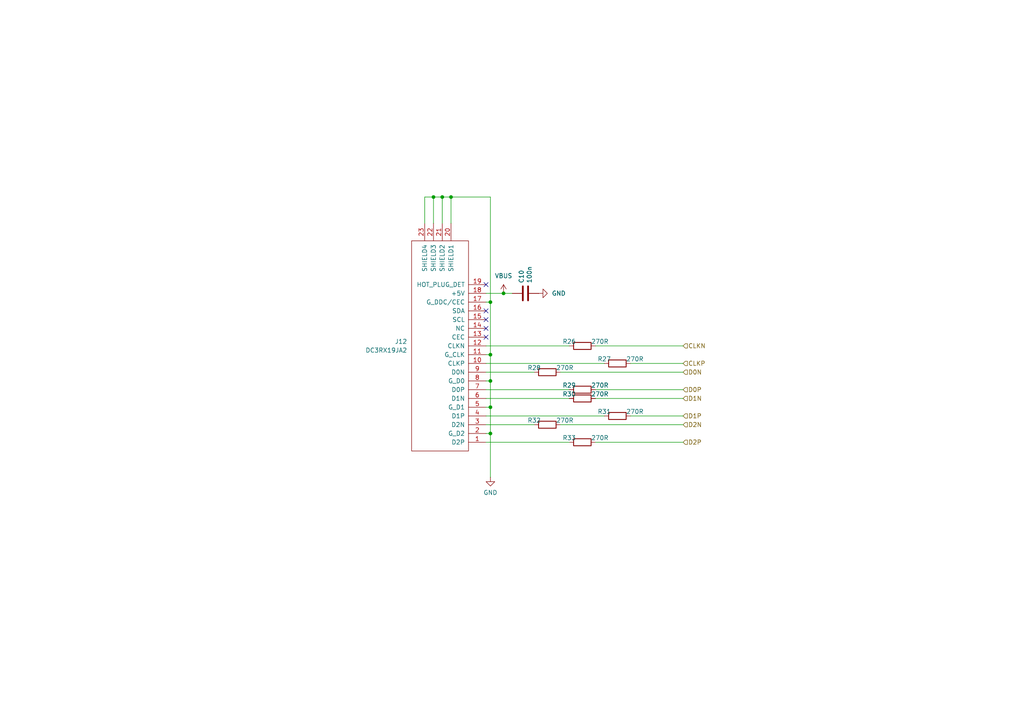
<source format=kicad_sch>
(kicad_sch (version 20250114) (generator "eeschema") (generator_version "9.0")
  (paper "A4")
  (title_block (title "MiniFRANK RM1P2") (date "2025-05-24") (rev "${VERSION}") (company "Mikhail Matveev") (comment 1 "https://github.com/xtremespb/frank"))
  (lib_symbols
    (symbol "Device:C" (pin_numbers (hide yes)) (pin_names (offset 0.254))
      (property "Reference" "C" (at 0.635 2.54 0))
      (property "Value" "C" (at 0.635 -2.54 0))
      (symbol "C_0_1"
        (polyline (pts (xy -2.032 0.762) (xy 2.032 0.762)) (stroke (width 0.508)))
        (polyline (pts (xy -2.032 -0.762) (xy 2.032 -0.762)) (stroke (width 0.508)))
      )
      (symbol "C_1_1"
        (pin passive line (at 0 3.81 270) (length 2.794) (name "~") (number "1"))
        (pin passive line (at 0 -3.81 90) (length 2.794) (name "~") (number "2"))
      )
    )
    (symbol "Device:R" (pin_numbers (hide yes)) (pin_names (offset 0))
      (property "Reference" "R" (at 2.032 0 90))
      (property "Value" "R" (at 0 0 90))
      (symbol "R_0_1"
        (rectangle (start -1.016 -2.54) (end 1.016 2.54) (stroke (width 0.254)))
      )
      (symbol "R_1_1"
        (pin passive line (at 0 3.81 270) (length 1.27) (name "~") (number "1"))
        (pin passive line (at 0 -3.81 90) (length 1.27) (name "~") (number "2"))
      )
    )
    (symbol "FRANK:HDMI" (pin_names (offset 1.016))
      (property "Reference" "HDMI1" (at 12.7 -16.5101 0))
      (property "Value" "HDMI" (at 12.7 -13.9701 0))
      (symbol "HDMI_0_1"
        (rectangle (start -5.08 15.24) (end 11.43 -45.72))
      )
      (symbol "HDMI_1_1"
        (pin input line (at -10.16 12.7 0) (length 5.08) (name "D2P") (number "1"))
        (pin input line (at -10.16 10.16 0) (length 5.08) (name "G_D2") (number "2"))
        (pin input line (at -10.16 7.62 0) (length 5.08) (name "D2N") (number "3"))
        (pin input line (at -10.16 5.08 0) (length 5.08) (name "D1P") (number "4"))
        (pin input line (at -10.16 2.54 0) (length 5.08) (name "G_D1") (number "5"))
        (pin input line (at -10.16 0 0) (length 5.08) (name "D1N") (number "6"))
        (pin input line (at -10.16 -2.54 0) (length 5.08) (name "D0P") (number "7"))
        (pin input line (at -10.16 -5.08 0) (length 5.08) (name "G_D0") (number "8"))
        (pin input line (at -10.16 -7.62 0) (length 5.08) (name "D0N") (number "9"))
        (pin input line (at -10.16 -10.16 0) (length 5.08) (name "CLKP") (number "10"))
        (pin input line (at -10.16 -12.7 0) (length 5.08) (name "G_CLK") (number "11"))
        (pin input line (at -10.16 -15.24 0) (length 5.08) (name "CLKN") (number "12"))
        (pin input line (at -10.16 -17.78 0) (length 5.08) (name "CEC") (number "13"))
        (pin input line (at -10.16 -20.32 0) (length 5.08) (name "NC") (number "14"))
        (pin input line (at -10.16 -22.86 0) (length 5.08) (name "SCL") (number "15"))
        (pin input line (at -10.16 -25.4 0) (length 5.08) (name "SDA") (number "16"))
        (pin input line (at -10.16 -27.94 0) (length 5.08) (name "G_DDC/CEC") (number "17"))
        (pin input line (at -10.16 -30.48 0) (length 5.08) (name "+5V") (number "18"))
        (pin input line (at -10.16 -33.02 0) (length 5.08) (name "HOT_PLUG_DET") (number "19"))
        (pin input line (at 0 -50.8 90) (length 5.08) (name "SHIELD1") (number "20"))
        (pin input line (at 2.54 -50.8 90) (length 5.08) (name "SHIELD2") (number "21"))
        (pin input line (at 5.08 -50.8 90) (length 5.08) (name "SHIELD3") (number "22"))
        (pin input line (at 7.62 -50.8 90) (length 5.08) (name "SHIELD4") (number "23"))
      )
    )
    (symbol "GND_1" (power) (pin_numbers (hide yes)) (pin_names (offset 0) (hide yes))
      (property "Value" "GND" (at 0 -3.81 0))
      (symbol "GND_1_0_1"
        (polyline (pts (xy 0 0) (xy 0 -1.27) (xy 1.27 -1.27) (xy 0 -2.54) (xy -1.27 -1.27) (xy 0 -1.27)))
      )
      (symbol "GND_1_1_1"
        (pin power_in line (at 0 0 270) (length 0) (name "~") (number "1"))
      )
    )
    (symbol "power:GND" (power) (pin_numbers (hide yes)) (pin_names (offset 0) (hide yes))
      (property "Value" "GND" (at 0 -3.81 0))
      (symbol "GND_0_1"
        (polyline (pts (xy 0 0) (xy 0 -1.27) (xy 1.27 -1.27) (xy 0 -2.54) (xy -1.27 -1.27) (xy 0 -1.27)))
      )
      (symbol "GND_1_1"
        (pin power_in line (at 0 0 270) (length 0) (name "~") (number "1"))
      )
    )
    (symbol "power:VBUS" (power) (pin_numbers (hide yes)) (pin_names (offset 0) (hide yes))
      (property "Value" "VBUS" (at 0 3.556 0))
      (symbol "VBUS_0_1"
        (polyline (pts (xy -0.762 1.27) (xy 0 2.54)))
        (polyline (pts (xy 0 2.54) (xy 0.762 1.27)))
        (polyline (pts (xy 0 0) (xy 0 2.54)))
      )
      (symbol "VBUS_1_1"
        (pin power_in line (at 0 0 90) (length 0) (name "~") (number "1"))
      )
    )
  )
  (junction (at 146.05 85.09))
  (junction (at 142.24 118.11))
  (junction (at 125.73 57.15))
  (junction (at 142.24 87.63))
  (junction (at 142.24 102.87))
  (junction (at 142.24 125.73))
  (junction (at 130.81 57.15))
  (junction (at 142.24 110.49))
  (junction (at 128.27 57.15))
  (no_connect (at 140.97 97.79))
  (no_connect (at 140.97 92.71))
  (no_connect (at 140.97 95.25))
  (no_connect (at 140.97 82.55))
  (no_connect (at 140.97 90.17))
  (wire (pts (xy 140.97 102.87) (xy 142.24 102.87)))
  (wire (pts (xy 142.24 118.11) (xy 142.24 125.73)))
  (wire (pts (xy 140.97 113.03) (xy 165.1 113.03)))
  (wire (pts (xy 162.56 123.19) (xy 198.12 123.19)))
  (wire (pts (xy 140.97 128.27) (xy 165.1 128.27)))
  (wire (pts (xy 140.97 110.49) (xy 142.24 110.49)))
  (wire (pts (xy 142.24 57.15) (xy 130.81 57.15)))
  (wire (pts (xy 128.27 57.15) (xy 128.27 64.77)))
  (wire (pts (xy 162.56 107.95) (xy 198.12 107.95)))
  (wire (pts (xy 130.81 57.15) (xy 128.27 57.15)))
  (wire (pts (xy 182.88 120.65) (xy 198.12 120.65)))
  (wire (pts (xy 142.24 110.49) (xy 142.24 118.11)))
  (wire (pts (xy 142.24 102.87) (xy 142.24 110.49)))
  (wire (pts (xy 172.72 115.57) (xy 198.12 115.57)))
  (wire (pts (xy 125.73 57.15) (xy 125.73 64.77)))
  (wire (pts (xy 140.97 100.33) (xy 165.1 100.33)))
  (wire (pts (xy 140.97 85.09) (xy 146.05 85.09)))
  (wire (pts (xy 140.97 120.65) (xy 175.26 120.65)))
  (wire (pts (xy 140.97 125.73) (xy 142.24 125.73)))
  (wire (pts (xy 142.24 125.73) (xy 142.24 138.43)))
  (wire (pts (xy 172.72 100.33) (xy 198.12 100.33)))
  (wire (pts (xy 172.72 113.03) (xy 198.12 113.03)))
  (wire (pts (xy 142.24 102.87) (xy 142.24 87.63)))
  (wire (pts (xy 125.73 57.15) (xy 123.19 57.15)))
  (wire (pts (xy 140.97 118.11) (xy 142.24 118.11)))
  (wire (pts (xy 140.97 87.63) (xy 142.24 87.63)))
  (wire (pts (xy 140.97 105.41) (xy 175.26 105.41)))
  (wire (pts (xy 142.24 87.63) (xy 142.24 57.15)))
  (wire (pts (xy 146.05 85.09) (xy 148.59 85.09)))
  (wire (pts (xy 182.88 105.41) (xy 198.12 105.41)))
  (wire (pts (xy 140.97 123.19) (xy 154.94 123.19)))
  (wire (pts (xy 128.27 57.15) (xy 125.73 57.15)))
  (wire (pts (xy 140.97 115.57) (xy 165.1 115.57)))
  (wire (pts (xy 123.19 57.15) (xy 123.19 64.77)))
  (wire (pts (xy 130.81 57.15) (xy 130.81 64.77)))
  (wire (pts (xy 172.72 128.27) (xy 198.12 128.27)))
  (wire (pts (xy 140.97 107.95) (xy 154.94 107.95)))
  (hierarchical_label "D2P" (shape input) (at 198.12 128.27 0))
  (hierarchical_label "CLKP" (shape input) (at 198.12 105.41 0))
  (hierarchical_label "D2N" (shape input) (at 198.12 123.19 0))
  (hierarchical_label "CLKN" (shape input) (at 198.12 100.33 0))
  (hierarchical_label "D0P" (shape input) (at 198.12 113.03 0))
  (hierarchical_label "D1P" (shape input) (at 198.12 120.65 0))
  (hierarchical_label "D0N" (shape input) (at 198.12 107.95 0))
  (hierarchical_label "D1N" (shape input) (at 198.12 115.57 0))
  (symbol (lib_id "Device:R") (at 168.91 113.03 90) (unit 1)
    (property "Reference" "R29" (at 165.1 111.76 90))
    (property "Value" "270R" (at 173.99 111.76 90))
    (property "Footprint" "FRANK:Resistor (0805)" (effects (hide yes)))
    (property "Datasheet" "https://www.vishay.com/docs/28952/mcs0402at-mct0603at-mcu0805at-mca1206at.pdf" (effects (hide yes)))
    (property "AliExpress" "https://www.aliexpress.com/item/1005005945735199.html" (effects (hide yes)))
  )
  (symbol (lib_id "Device:R") (at 179.07 120.65 90) (unit 1)
    (property "Reference" "R31" (at 175.26 119.38 90))
    (property "Value" "270R" (at 184.15 119.38 90))
    (property "Footprint" "FRANK:Resistor (0805)" (effects (hide yes)))
    (property "Datasheet" "https://www.vishay.com/docs/28952/mcs0402at-mct0603at-mcu0805at-mca1206at.pdf" (effects (hide yes)))
    (property "AliExpress" "https://www.aliexpress.com/item/1005005945735199.html" (effects (hide yes)))
  )
  (symbol (lib_id "Device:R") (at 168.91 100.33 90) (unit 1)
    (property "Reference" "R26" (at 165.1 99.06 90))
    (property "Value" "270R" (at 173.99 99.06 90))
    (property "Footprint" "FRANK:Resistor (0805)" (effects (hide yes)))
    (property "Datasheet" "https://www.vishay.com/docs/28952/mcs0402at-mct0603at-mcu0805at-mca1206at.pdf" (effects (hide yes)))
    (property "AliExpress" "https://www.aliexpress.com/item/1005005945735199.html" (effects (hide yes)))
  )
  (symbol (lib_id "power:VBUS") (at 146.05 85.09 0) (unit 1)
    (property "Reference" "#PWR057" (effects (hide yes)))
    (property "Value" "VBUS" (at 146.05 80.01 0))
    (property "Description" "Power symbol creates a global label with name \"VBUS\"" (effects (hide yes)))
  )
  (symbol (lib_id "Device:R") (at 168.91 115.57 90) (unit 1)
    (property "Reference" "R30" (at 165.1 114.3 90))
    (property "Value" "270R" (at 173.99 114.3 90))
    (property "Footprint" "FRANK:Resistor (0805)" (effects (hide yes)))
    (property "Datasheet" "https://www.vishay.com/docs/28952/mcs0402at-mct0603at-mcu0805at-mca1206at.pdf" (effects (hide yes)))
    (property "AliExpress" "https://www.aliexpress.com/item/1005005945735199.html" (effects (hide yes)))
  )
  (symbol (lib_id "Device:C") (at 152.4 85.09 90) (unit 1)
    (property "Reference" "C10" (at 151.2316 82.169 0) (effects (justify left)))
    (property "Value" "100n" (at 153.543 82.169 0) (effects (justify left)))
    (property "Footprint" "FRANK:Capacitor (0805)" (effects (hide yes)))
    (property "Datasheet" "https://eu.mouser.com/datasheet/2/40/KGM_X7R-3223212.pdf" (effects (hide yes)))
    (property "AliExpress" "https://www.aliexpress.com/item/33008008276.html" (effects (hide yes)))
  )
  (symbol (lib_id "Device:R") (at 158.75 107.95 90) (unit 1)
    (property "Reference" "R28" (at 154.94 106.68 90))
    (property "Value" "270R" (at 163.83 106.68 90))
    (property "Footprint" "FRANK:Resistor (0805)" (effects (hide yes)))
    (property "Datasheet" "https://www.vishay.com/docs/28952/mcs0402at-mct0603at-mcu0805at-mca1206at.pdf" (effects (hide yes)))
    (property "AliExpress" "https://www.aliexpress.com/item/1005005945735199.html" (effects (hide yes)))
  )
  (symbol (lib_id "power:GND") (at 142.24 138.43 0) (unit 1)
    (property "Reference" "#PWR059" (effects (hide yes)))
    (property "Value" "GND" (at 142.24 142.8734 0))
    (property "Description" "Power symbol creates a global label with name \"GND\" , ground" (effects (hide yes)))
  )
  (symbol (lib_name "GND_1") (lib_id "power:GND") (at 156.21 85.09 90) (unit 1)
    (property "Reference" "#PWR058" (effects (hide yes)))
    (property "Value" "GND" (at 160.02 85.0899 90) (effects (justify right)))
    (property "Description" "Power symbol creates a global label with name \"GND\" , ground" (effects (hide yes)))
  )
  (symbol (lib_id "Device:R") (at 179.07 105.41 90) (unit 1)
    (property "Reference" "R27" (at 175.26 104.14 90))
    (property "Value" "270R" (at 184.15 104.14 90))
    (property "Footprint" "FRANK:Resistor (0805)" (effects (hide yes)))
    (property "Datasheet" "https://www.vishay.com/docs/28952/mcs0402at-mct0603at-mcu0805at-mca1206at.pdf" (effects (hide yes)))
    (property "AliExpress" "https://www.aliexpress.com/item/1005005945735199.html" (effects (hide yes)))
  )
  (symbol (lib_id "FRANK:HDMI") (at 130.81 115.57 180) (unit 1)
    (property "Reference" "J12" (at 118.11 99.0599 0) (effects (justify left)))
    (property "Value" "DC3RX19JA2" (at 118.11 101.5999 0) (effects (justify left)))
    (property "Footprint" "FRANK:HDMI (female)" (effects (hide yes)))
    (property "Datasheet" "https://www.mouser.com/datasheet/2/206/B_0233_2E_DC3-784461.pdf?srsltid=AfmBOopfNOwkdmYR2Zf10LYIa6wS_lfZGGRTVzb0297kvAyc-1zmhqWc" (effects (hide yes)))
    (property "AliExpress" "https://www.aliexpress.com/item/1005005248842433.html" (effects (hide yes)))
  )
  (symbol (lib_id "Device:R") (at 168.91 128.27 90) (unit 1)
    (property "Reference" "R33" (at 165.1 127 90))
    (property "Value" "270R" (at 173.99 127 90))
    (property "Footprint" "FRANK:Resistor (0805)" (effects (hide yes)))
    (property "Datasheet" "https://www.vishay.com/docs/28952/mcs0402at-mct0603at-mcu0805at-mca1206at.pdf" (effects (hide yes)))
    (property "AliExpress" "https://www.aliexpress.com/item/1005005945735199.html" (effects (hide yes)))
  )
  (symbol (lib_id "Device:R") (at 158.75 123.19 90) (unit 1)
    (property "Reference" "R32" (at 154.94 121.92 90))
    (property "Value" "270R" (at 163.83 121.92 90))
    (property "Footprint" "FRANK:Resistor (0805)" (effects (hide yes)))
    (property "Datasheet" "https://www.vishay.com/docs/28952/mcs0402at-mct0603at-mcu0805at-mca1206at.pdf" (effects (hide yes)))
    (property "AliExpress" "https://www.aliexpress.com/item/1005005945735199.html" (effects (hide yes)))
  )
)
</source>
